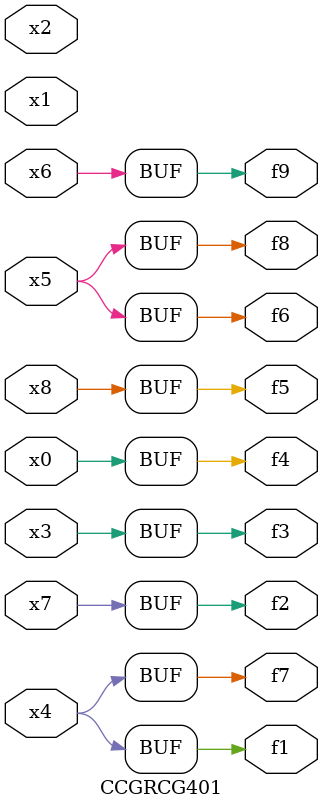
<source format=v>
module CCGRCG401(
	input x0, x1, x2, x3, x4, x5, x6, x7, x8,
	output f1, f2, f3, f4, f5, f6, f7, f8, f9
);
	assign f1 = x4;
	assign f2 = x7;
	assign f3 = x3;
	assign f4 = x0;
	assign f5 = x8;
	assign f6 = x5;
	assign f7 = x4;
	assign f8 = x5;
	assign f9 = x6;
endmodule

</source>
